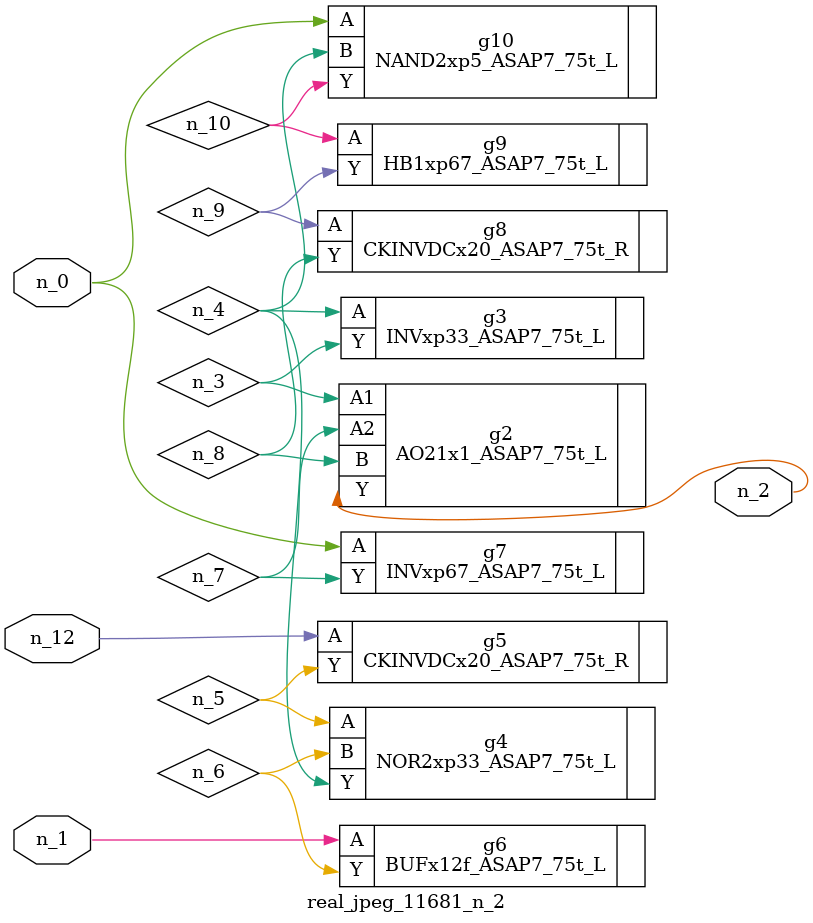
<source format=v>
module real_jpeg_11681_n_2 (n_12, n_1, n_0, n_2);

input n_12;
input n_1;
input n_0;

output n_2;

wire n_5;
wire n_4;
wire n_8;
wire n_6;
wire n_7;
wire n_3;
wire n_10;
wire n_9;

INVxp67_ASAP7_75t_L g7 ( 
.A(n_0),
.Y(n_7)
);

NAND2xp5_ASAP7_75t_L g10 ( 
.A(n_0),
.B(n_4),
.Y(n_10)
);

BUFx12f_ASAP7_75t_L g6 ( 
.A(n_1),
.Y(n_6)
);

AO21x1_ASAP7_75t_L g2 ( 
.A1(n_3),
.A2(n_7),
.B(n_8),
.Y(n_2)
);

INVxp33_ASAP7_75t_L g3 ( 
.A(n_4),
.Y(n_3)
);

NOR2xp33_ASAP7_75t_L g4 ( 
.A(n_5),
.B(n_6),
.Y(n_4)
);

CKINVDCx20_ASAP7_75t_R g8 ( 
.A(n_9),
.Y(n_8)
);

HB1xp67_ASAP7_75t_L g9 ( 
.A(n_10),
.Y(n_9)
);

CKINVDCx20_ASAP7_75t_R g5 ( 
.A(n_12),
.Y(n_5)
);


endmodule
</source>
